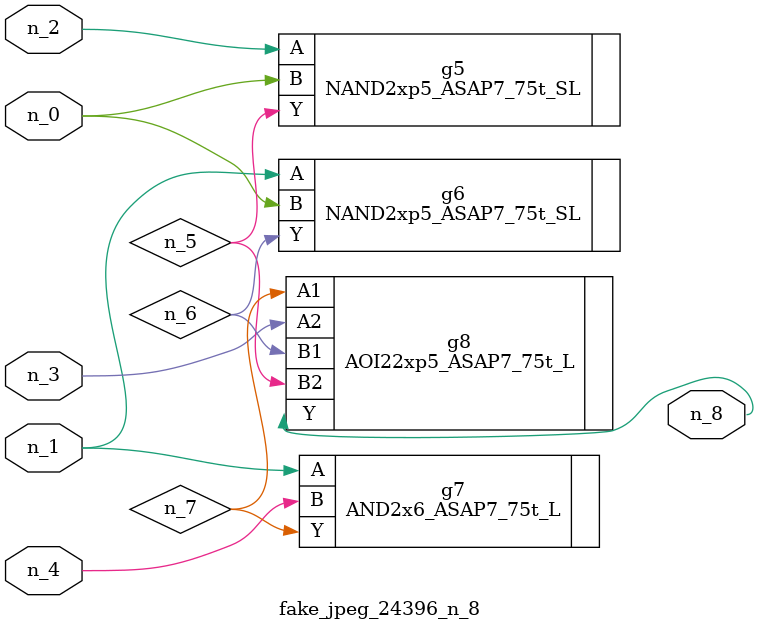
<source format=v>
module fake_jpeg_24396_n_8 (n_3, n_2, n_1, n_0, n_4, n_8);

input n_3;
input n_2;
input n_1;
input n_0;
input n_4;

output n_8;

wire n_6;
wire n_5;
wire n_7;

NAND2xp5_ASAP7_75t_SL g5 ( 
.A(n_2),
.B(n_0),
.Y(n_5)
);

NAND2xp5_ASAP7_75t_SL g6 ( 
.A(n_1),
.B(n_0),
.Y(n_6)
);

AND2x6_ASAP7_75t_L g7 ( 
.A(n_1),
.B(n_4),
.Y(n_7)
);

AOI22xp5_ASAP7_75t_L g8 ( 
.A1(n_7),
.A2(n_3),
.B1(n_6),
.B2(n_5),
.Y(n_8)
);


endmodule
</source>
